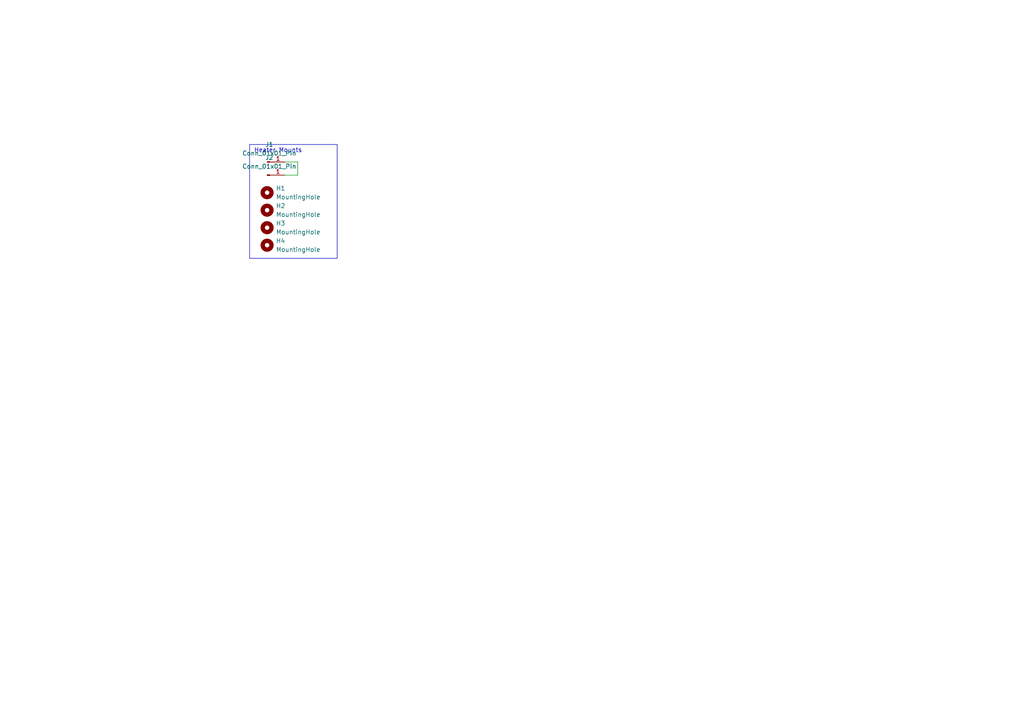
<source format=kicad_sch>
(kicad_sch (version 20230121) (generator eeschema)
  (paper "A4")
  (lib_symbols
    (symbol "Connector:Conn_01x01_Pin" (pin_names (offset 1.016) hide)
      (property "Reference" "J" (at 0 2.54 0))
      (property "Value" "Conn_01x01_Pin" (at 0 -2.54 0))
      (symbol "Conn_01x01_Pin_1_1"
        (polyline (pts (xy 1.27 0) (xy 0.8636 0)) (stroke (width 0.1524)))
        (rectangle (start 0.8636 0.127) (end 0 -0.127) (stroke (width 0.1524)) (fill (type outline)))
        (pin passive line (at 5.08 0 180) (length 3.81) (name "Pin_1") (number "1"))
      )
    )
    (symbol "Mechanical:MountingHole" (pin_names (offset 1.016))
      (property "Reference" "H" (at 0 5.08 0))
      (property "Value" "MountingHole" (at 0 3.175 0))
      (symbol "MountingHole_0_1"
        (circle (center 0 0) (radius 1.27) (stroke (width 1.27)))
      )
    )
  )
  (wire (pts (xy 86.36 46.99) (xy 86.36 50.8)))
  (wire (pts (xy 82.55 46.99) (xy 86.36 46.99)))
  (wire (pts (xy 86.36 50.8) (xy 82.55 50.8)))
  (rectangle (start 72.39 41.91) (end 97.79 74.93))
  (text "Heater Mounts" (at 73.66 44.45 0) (effects (font (size 1.27 1.27)) (justify left bottom)))
  (symbol (lib_id "Mechanical:MountingHole") (at 77.47 71.12 0) (unit 1)
    (property "Reference" "H4" (at 80.01 69.85 0) (effects (justify left)))
    (property "Value" "MountingHole" (at 80.01 72.39 0) (effects (justify left)))
    (property "Footprint" "MountingHole:MountingHole_2.2mm_M2_Pad_Via" (effects hide))
  )
  (symbol (lib_id "Mechanical:MountingHole") (at 77.47 66.04 0) (unit 1)
    (property "Reference" "H3" (at 80.01 64.77 0) (effects (justify left)))
    (property "Value" "MountingHole" (at 80.01 67.31 0) (effects (justify left)))
    (property "Footprint" "MountingHole:MountingHole_2.2mm_M2_Pad_Via" (effects hide))
  )
  (symbol (lib_id "Mechanical:MountingHole") (at 77.47 60.96 0) (unit 1)
    (property "Reference" "H2" (at 80.01 59.69 0) (effects (justify left)))
    (property "Value" "MountingHole" (at 80.01 62.23 0) (effects (justify left)))
    (property "Footprint" "MountingHole:MountingHole_2.2mm_M2_Pad_Via" (effects hide))
  )
  (symbol (lib_id "Connector:Conn_01x01_Pin") (at 77.47 50.8 0) (unit 1)
    (property "Reference" "J2" (at 78.105 45.72 0))
    (property "Value" "Conn_01x01_Pin" (at 78.105 48.26 0))
    (property "Footprint" "TestPoint:TestPoint_Pad_D4.0mm" (effects hide))
  )
  (symbol (lib_id "Connector:Conn_01x01_Pin") (at 77.47 46.99 0) (unit 1)
    (property "Reference" "J1" (at 78.105 41.91 0))
    (property "Value" "Conn_01x01_Pin" (at 78.105 44.45 0))
    (property "Footprint" "TestPoint:TestPoint_Pad_D4.0mm" (effects hide))
  )
  (symbol (lib_id "Mechanical:MountingHole") (at 77.47 55.88 0) (unit 1)
    (property "Reference" "H1" (at 80.01 54.61 0) (effects (justify left)))
    (property "Value" "MountingHole" (at 80.01 57.15 0) (effects (justify left)))
    (property "Footprint" "MountingHole:MountingHole_2.2mm_M2_Pad_Via" (effects hide))
  )
)
</source>
